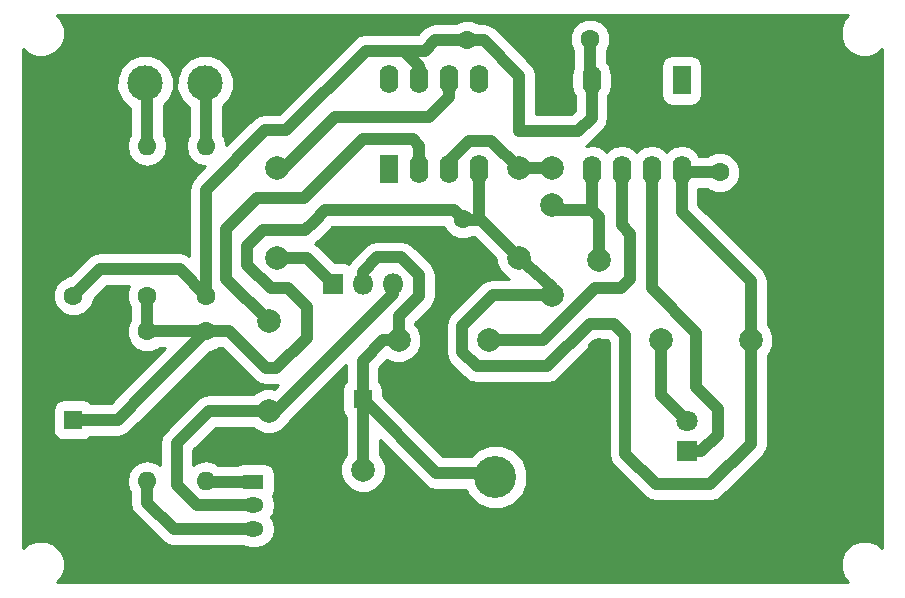
<source format=gbr>
G04 #@! TF.FileFunction,Copper,L2,Bot,Signal*
%FSLAX46Y46*%
G04 Gerber Fmt 4.6, Leading zero omitted, Abs format (unit mm)*
G04 Created by KiCad (PCBNEW 4.0.7-e2-6376~58~ubuntu14.04.1) date Thu Mar  1 13:35:32 2018*
%MOMM*%
%LPD*%
G01*
G04 APERTURE LIST*
%ADD10C,0.100000*%
%ADD11R,1.600000X1.600000*%
%ADD12C,1.600000*%
%ADD13C,3.810000*%
%ADD14C,3.556000*%
%ADD15C,1.998980*%
%ADD16R,1.600000X2.400000*%
%ADD17O,1.600000X2.400000*%
%ADD18R,3.000000X3.000000*%
%ADD19C,3.000000*%
%ADD20O,1.600000X1.600000*%
%ADD21R,1.800000X1.800000*%
%ADD22C,1.800000*%
%ADD23O,1.800000X1.800000*%
%ADD24R,1.800000X1.300000*%
%ADD25O,1.800000X1.300000*%
%ADD26C,1.000000*%
%ADD27C,0.254000*%
G04 APERTURE END LIST*
D10*
D11*
X5250000Y14750000D03*
D12*
X5250000Y17250000D03*
D11*
X5250000Y22750000D03*
D12*
X5250000Y25250000D03*
X38250000Y26750000D03*
X38250000Y31750000D03*
X43600000Y46900000D03*
X38600000Y46900000D03*
D11*
X29750000Y16500000D03*
D12*
X27250000Y16500000D03*
X54000000Y47000000D03*
X49000000Y47000000D03*
D13*
X34650000Y16250000D03*
D14*
X41000000Y9900000D03*
D13*
X47350000Y16250000D03*
X34650000Y3550000D03*
X47350000Y3550000D03*
D15*
X43000000Y28440000D03*
X43000000Y36060000D03*
X45800000Y36090000D03*
X45800000Y43710000D03*
X21800000Y15490000D03*
X21800000Y23110000D03*
X22500000Y28440000D03*
X22500000Y36060000D03*
X29800000Y10510000D03*
X29800000Y2890000D03*
X45800000Y25290000D03*
X45800000Y32910000D03*
X49800000Y28310000D03*
X49800000Y20690000D03*
X40410000Y21500000D03*
X32790000Y21500000D03*
X62610000Y21500000D03*
X54990000Y21500000D03*
D16*
X32000000Y36000000D03*
D17*
X39620000Y43620000D03*
X34540000Y36000000D03*
X37080000Y43620000D03*
X37080000Y36000000D03*
X34540000Y43620000D03*
X39620000Y36000000D03*
X32000000Y43620000D03*
D16*
X56750000Y43500000D03*
D17*
X49130000Y35880000D03*
X54210000Y43500000D03*
X51670000Y35880000D03*
X51670000Y43500000D03*
X54210000Y35880000D03*
X49130000Y43500000D03*
X56750000Y35880000D03*
D18*
X21500000Y43250000D03*
D19*
X16420000Y43250000D03*
X11340000Y43250000D03*
D12*
X16500000Y22250000D03*
D20*
X16500000Y9550000D03*
D12*
X11500000Y22250000D03*
D20*
X11500000Y9550000D03*
D12*
X16500000Y25250000D03*
D20*
X16500000Y37950000D03*
D12*
X11500000Y25250000D03*
D20*
X11500000Y37950000D03*
D21*
X57200000Y12100000D03*
D22*
X57200000Y14640000D03*
D21*
X27250000Y26250000D03*
D23*
X29790000Y26250000D03*
X32330000Y26250000D03*
D24*
X20500000Y9500000D03*
D25*
X20500000Y7500000D03*
X20500000Y5500000D03*
D12*
X60000000Y40700000D03*
X60000000Y35700000D03*
D26*
X49130000Y42130000D02*
X49130000Y40330000D01*
X38600000Y46900000D02*
X40000000Y46900000D01*
X40000000Y46900000D02*
X43000000Y43900000D01*
X43000000Y43900000D02*
X43000000Y42000000D01*
X43000000Y42000000D02*
X43000000Y39200000D01*
X49130000Y42130000D02*
X49130000Y43500000D01*
X43000000Y39200000D02*
X48000000Y39200000D01*
X49130000Y40330000D02*
X48000000Y39200000D01*
X35000000Y46000000D02*
X35900000Y46900000D01*
X35900000Y46900000D02*
X38600000Y46900000D01*
X49000000Y47000000D02*
X49000000Y43630000D01*
X49000000Y43630000D02*
X49130000Y43500000D01*
X33250000Y46000000D02*
X35000000Y46000000D01*
X35000000Y46000000D02*
X35000000Y46000000D01*
X5250000Y25250000D02*
X7500000Y27500000D01*
X8500000Y27500000D02*
X14250000Y27500000D01*
X14250000Y27500000D02*
X16500000Y25250000D01*
X7500000Y27500000D02*
X8500000Y27500000D01*
X34540000Y43620000D02*
X34540000Y44710000D01*
X34540000Y44710000D02*
X33250000Y46000000D01*
X33250000Y46000000D02*
X30000000Y46000000D01*
X30000000Y46000000D02*
X23250000Y39250000D01*
X23250000Y39250000D02*
X21500000Y39250000D01*
X21500000Y39250000D02*
X16500000Y34250000D01*
X16500000Y34250000D02*
X16500000Y25250000D01*
X20000000Y29500000D02*
X21300000Y30800000D01*
X20000000Y27900000D02*
X22000000Y25900000D01*
X22000000Y25900000D02*
X23400000Y25900000D01*
X23400000Y25900000D02*
X25000000Y24300000D01*
X25000000Y24300000D02*
X25000000Y21700000D01*
X25000000Y21700000D02*
X22400000Y19100000D01*
X22400000Y19100000D02*
X21600000Y19100000D01*
X21600000Y19100000D02*
X18450000Y22250000D01*
X16500000Y22250000D02*
X18450000Y22250000D01*
X37500000Y32500000D02*
X38250000Y31750000D01*
X20000000Y29500000D02*
X20000000Y28700000D01*
X26600000Y32500000D02*
X25600000Y31500000D01*
X37500000Y32500000D02*
X26600000Y32500000D01*
X20000000Y28700000D02*
X20000000Y27900000D01*
X24900000Y30800000D02*
X25600000Y31500000D01*
X21300000Y30800000D02*
X24900000Y30800000D01*
X52000000Y20100000D02*
X52000000Y11900000D01*
X62610000Y12710000D02*
X62610000Y21500000D01*
X59200000Y9300000D02*
X62610000Y12710000D01*
X54600000Y9300000D02*
X59200000Y9300000D01*
X52000000Y11900000D02*
X54600000Y9300000D01*
X45800000Y25290000D02*
X40790000Y25290000D01*
X52000000Y21900000D02*
X52000000Y20100000D01*
X52000000Y20100000D02*
X52000000Y19900000D01*
X51000000Y22900000D02*
X52000000Y21900000D01*
X49000000Y22900000D02*
X51000000Y22900000D01*
X45400000Y19300000D02*
X49000000Y22900000D01*
X39400000Y19300000D02*
X45400000Y19300000D01*
X38200000Y20500000D02*
X39400000Y19300000D01*
X38200000Y22700000D02*
X38200000Y20500000D01*
X40790000Y25290000D02*
X38200000Y22700000D01*
X43000000Y28440000D02*
X45800000Y26040000D01*
X45800000Y26040000D02*
X45800000Y25290000D01*
X39620000Y33120000D02*
X39620000Y31820000D01*
X39620000Y31820000D02*
X43000000Y28440000D01*
X38360000Y31640000D02*
X39800000Y31640000D01*
X39800000Y31640000D02*
X43000000Y28440000D01*
X38360000Y31640000D02*
X38250000Y31750000D01*
X39620000Y36000000D02*
X39620000Y33120000D01*
X62610000Y21500000D02*
X62610000Y26490000D01*
X56750000Y32350000D02*
X56750000Y35880000D01*
X62610000Y26490000D02*
X56750000Y32350000D01*
X60000000Y35700000D02*
X56930000Y35700000D01*
X56930000Y35700000D02*
X56750000Y35880000D01*
X56600000Y35730000D02*
X56750000Y35880000D01*
X16500000Y22250000D02*
X11500000Y17250000D01*
X9000000Y14750000D02*
X5250000Y14750000D01*
X9000000Y14750000D02*
X11500000Y17250000D01*
X16500000Y22250000D02*
X17000000Y22250000D01*
X11500000Y22250000D02*
X16500000Y22250000D01*
X11500000Y22250000D02*
X11500000Y25250000D01*
X29750000Y18460000D02*
X29750000Y19750000D01*
X31500000Y21500000D02*
X32790000Y21500000D01*
X29750000Y19750000D02*
X31500000Y21500000D01*
X32790000Y21500000D02*
X32790000Y23540000D01*
X32790000Y23540000D02*
X34500000Y25250000D01*
X34500000Y25250000D02*
X34500000Y27000000D01*
X34500000Y27000000D02*
X33000000Y28500000D01*
X33000000Y28500000D02*
X31000000Y28500000D01*
X31000000Y28500000D02*
X29790000Y27290000D01*
X29790000Y27290000D02*
X29790000Y26250000D01*
X29790000Y26250000D02*
X29790000Y26840000D01*
X29800000Y10510000D02*
X29800000Y16450000D01*
X29800000Y16450000D02*
X29750000Y16500000D01*
X29750000Y18460000D02*
X29750000Y16500000D01*
X29750000Y16500000D02*
X36000000Y10250000D01*
X36000000Y10250000D02*
X41000000Y10250000D01*
X29790000Y16540000D02*
X29750000Y16500000D01*
X54210000Y25890000D02*
X58000000Y22100000D01*
X54210000Y35880000D02*
X54210000Y25890000D01*
X58400000Y12100000D02*
X57200000Y12100000D01*
X59800000Y13500000D02*
X58400000Y12100000D01*
X59800000Y15700000D02*
X59800000Y13500000D01*
X58000000Y17500000D02*
X59800000Y15700000D01*
X58000000Y22100000D02*
X58000000Y17500000D01*
X57200000Y14640000D02*
X54990000Y16850000D01*
X54990000Y16850000D02*
X54990000Y21500000D01*
X54800000Y21310000D02*
X54990000Y21500000D01*
X16500000Y37950000D02*
X16500000Y43170000D01*
X16500000Y43170000D02*
X16420000Y43250000D01*
X11500000Y37950000D02*
X11500000Y43090000D01*
X11500000Y43090000D02*
X11340000Y43250000D01*
X20500000Y9500000D02*
X16550000Y9500000D01*
X16550000Y9500000D02*
X16500000Y9550000D01*
X20500000Y7500000D02*
X15750000Y7500000D01*
X15750000Y7500000D02*
X14000000Y9250000D01*
X14000000Y12750000D02*
X16740000Y15490000D01*
X14000000Y9250000D02*
X14000000Y12750000D01*
X21800000Y15490000D02*
X16740000Y15490000D01*
X23950000Y17050000D02*
X32330000Y25430000D01*
X32330000Y25430000D02*
X32330000Y26250000D01*
X24000000Y17100000D02*
X23950000Y17050000D01*
X23950000Y17050000D02*
X22390000Y15490000D01*
X22390000Y15490000D02*
X21800000Y15490000D01*
X23840000Y16940000D02*
X24000000Y17100000D01*
X20500000Y5500000D02*
X13750000Y5500000D01*
X13750000Y5500000D02*
X11500000Y7750000D01*
X11500000Y9550000D02*
X11500000Y7750000D01*
X22500000Y28440000D02*
X25060000Y28440000D01*
X25060000Y28440000D02*
X27250000Y26250000D01*
X27190000Y26190000D02*
X27250000Y26250000D01*
X37080000Y36000000D02*
X37080000Y36680000D01*
X37080000Y36680000D02*
X38800000Y38400000D01*
X40660000Y38400000D02*
X43000000Y36060000D01*
X38800000Y38400000D02*
X40660000Y38400000D01*
X45800000Y36090000D02*
X43030000Y36090000D01*
X43030000Y36090000D02*
X43000000Y36060000D01*
X37080000Y36000000D02*
X37080000Y36580000D01*
X24800000Y33500000D02*
X29800000Y38500000D01*
X18200000Y26710000D02*
X18200000Y28110000D01*
X20800000Y33500000D02*
X24800000Y33500000D01*
X18200000Y30900000D02*
X20800000Y33500000D01*
X18200000Y28110000D02*
X18200000Y30900000D01*
X21800000Y23110000D02*
X18200000Y26710000D01*
X29800000Y38500000D02*
X34000000Y38500000D01*
X34000000Y38500000D02*
X34540000Y37960000D01*
X34540000Y37960000D02*
X34540000Y36000000D01*
X36300000Y41300000D02*
X35400000Y40400000D01*
X35400000Y40400000D02*
X27400000Y40400000D01*
X22500000Y36060000D02*
X23060000Y36060000D01*
X23060000Y36060000D02*
X27400000Y40400000D01*
X36250000Y41250000D02*
X36300000Y41300000D01*
X36300000Y41300000D02*
X37080000Y42080000D01*
X37080000Y42080000D02*
X37080000Y43620000D01*
X45800000Y32910000D02*
X46210000Y32500000D01*
X46210000Y32500000D02*
X49200000Y32500000D01*
X49800000Y28310000D02*
X49800000Y31900000D01*
X49800000Y31900000D02*
X49200000Y32500000D01*
X49200000Y32500000D02*
X49190000Y32510000D01*
X49200000Y32510000D02*
X49190000Y32510000D01*
X49130000Y35880000D02*
X49130000Y32580000D01*
X49130000Y32580000D02*
X49200000Y32510000D01*
X43800000Y21500000D02*
X45000000Y21500000D01*
X40410000Y21500000D02*
X43800000Y21500000D01*
X49600000Y25900000D02*
X51600000Y25900000D01*
X51600000Y25900000D02*
X52400000Y26700000D01*
X52400000Y26700000D02*
X52400000Y27900000D01*
X51670000Y31230000D02*
X51670000Y35880000D01*
X52400000Y30500000D02*
X52400000Y27900000D01*
X51670000Y31230000D02*
X52400000Y30500000D01*
X49400000Y25900000D02*
X49600000Y25900000D01*
X45000000Y21500000D02*
X49400000Y25900000D01*
D27*
G36*
X70532595Y48649702D02*
X70223353Y47904964D01*
X70222649Y47098574D01*
X70530591Y46353297D01*
X71100298Y45782595D01*
X71845036Y45473353D01*
X72651426Y45472649D01*
X73396703Y45780591D01*
X73748000Y46131276D01*
X73748000Y3868499D01*
X73399702Y4217405D01*
X72654964Y4526647D01*
X71848574Y4527351D01*
X71103297Y4219409D01*
X70532595Y3649702D01*
X70223353Y2904964D01*
X70222649Y2098574D01*
X70530591Y1353297D01*
X70881276Y1002000D01*
X3868499Y1002000D01*
X4217405Y1350298D01*
X4526647Y2095036D01*
X4527351Y2901426D01*
X4219409Y3646703D01*
X3649702Y4217405D01*
X2904964Y4526647D01*
X2098574Y4527351D01*
X1353297Y4219409D01*
X1002000Y3868724D01*
X1002000Y15550000D01*
X3504839Y15550000D01*
X3504839Y13950000D01*
X3569478Y13606474D01*
X3772501Y13290967D01*
X4082279Y13079304D01*
X4450000Y13004839D01*
X6050000Y13004839D01*
X6393526Y13069478D01*
X6709033Y13272501D01*
X6743538Y13323000D01*
X9000000Y13323000D01*
X9546089Y13431624D01*
X10009041Y13740959D01*
X16790828Y20522746D01*
X16842014Y20522701D01*
X17476989Y20785067D01*
X17514988Y20823000D01*
X17858918Y20823000D01*
X20590959Y18090958D01*
X21053911Y17781624D01*
X21600000Y17673000D01*
X22400000Y17673000D01*
X22593385Y17711467D01*
X22264863Y17382945D01*
X22184884Y17416155D01*
X21418479Y17416824D01*
X20710157Y17124151D01*
X20502644Y16917000D01*
X16740000Y16917000D01*
X16193911Y16808376D01*
X15730959Y16499041D01*
X12990959Y13759041D01*
X12681624Y13296089D01*
X12573000Y12750000D01*
X12573000Y10904013D01*
X12160894Y11179374D01*
X11500000Y11310834D01*
X10839106Y11179374D01*
X10278827Y10805007D01*
X9904460Y10244728D01*
X9773000Y9583834D01*
X9773000Y9516166D01*
X9904460Y8855272D01*
X10073000Y8603034D01*
X10073000Y7750000D01*
X10181624Y7203911D01*
X10490959Y6740959D01*
X12740959Y4490958D01*
X13147362Y4219409D01*
X13203911Y4181624D01*
X13750000Y4073000D01*
X19565880Y4073000D01*
X19610715Y4043042D01*
X20214207Y3923000D01*
X20785793Y3923000D01*
X21389285Y4043042D01*
X21900900Y4384893D01*
X22242751Y4896508D01*
X22362793Y5500000D01*
X22242751Y6103492D01*
X21977812Y6500000D01*
X22242751Y6896508D01*
X22362793Y7500000D01*
X22242751Y8103492D01*
X22128605Y8274323D01*
X22270696Y8482279D01*
X22345161Y8850000D01*
X22345161Y10150000D01*
X22280522Y10493526D01*
X22077499Y10809033D01*
X21767721Y11020696D01*
X21400000Y11095161D01*
X19600000Y11095161D01*
X19256474Y11030522D01*
X19095596Y10927000D01*
X17538598Y10927000D01*
X17160894Y11179374D01*
X16500000Y11310834D01*
X15839106Y11179374D01*
X15427000Y10904013D01*
X15427000Y12158918D01*
X17331082Y14063000D01*
X20502418Y14063000D01*
X20707306Y13857754D01*
X21415116Y13563845D01*
X22181521Y13563176D01*
X22889843Y13855849D01*
X23432246Y14397306D01*
X23515226Y14597144D01*
X24959041Y16040959D01*
X25009042Y16090959D01*
X25009044Y16090962D01*
X28323000Y19404918D01*
X28323000Y17998112D01*
X28290967Y17977499D01*
X28079304Y17667721D01*
X28004839Y17300000D01*
X28004839Y15700000D01*
X28069478Y15356474D01*
X28272501Y15040967D01*
X28373000Y14972299D01*
X28373000Y11807582D01*
X28167754Y11602694D01*
X27873845Y10894884D01*
X27873176Y10128479D01*
X28165849Y9420157D01*
X28707306Y8877754D01*
X29415116Y8583845D01*
X30181521Y8583176D01*
X30889843Y8875849D01*
X31432246Y9417306D01*
X31726155Y10125116D01*
X31726824Y10891521D01*
X31434151Y11599843D01*
X31227000Y11807356D01*
X31227000Y13004918D01*
X34990959Y9240958D01*
X35453911Y8931624D01*
X36000000Y8823000D01*
X38518194Y8823000D01*
X38705476Y8369742D01*
X39465740Y7608150D01*
X40459582Y7195471D01*
X41535697Y7194532D01*
X42530258Y7605476D01*
X43291850Y8365740D01*
X43704529Y9359582D01*
X43705468Y10435697D01*
X43294524Y11430258D01*
X42534260Y12191850D01*
X41540418Y12604529D01*
X40464303Y12605468D01*
X39469742Y12194524D01*
X38951314Y11677000D01*
X36591083Y11677000D01*
X31495161Y16772921D01*
X31495161Y17300000D01*
X31430522Y17643526D01*
X31227499Y17959033D01*
X31177000Y17993538D01*
X31177000Y19158918D01*
X31830521Y19812438D01*
X32405116Y19573845D01*
X33171521Y19573176D01*
X33879843Y19865849D01*
X34422246Y20407306D01*
X34716155Y21115116D01*
X34716824Y21881521D01*
X34424151Y22589843D01*
X34217000Y22797356D01*
X34217000Y22948918D01*
X35509041Y24240958D01*
X35818376Y24703910D01*
X35868627Y24956541D01*
X35927000Y25250000D01*
X35927000Y27000000D01*
X35829342Y27490959D01*
X35818376Y27546090D01*
X35509041Y28009042D01*
X34009041Y29509041D01*
X33546089Y29818376D01*
X33000000Y29927000D01*
X31000000Y29927000D01*
X30544512Y29836398D01*
X30453910Y29818376D01*
X29990958Y29509041D01*
X28780959Y28299041D01*
X28570760Y27984456D01*
X28517721Y28020696D01*
X28150000Y28095161D01*
X27422922Y28095161D01*
X26069041Y29449041D01*
X25733183Y29673454D01*
X25909041Y29790959D01*
X26609041Y30490958D01*
X26609043Y30490961D01*
X27191083Y31073000D01*
X36661114Y31073000D01*
X36785067Y30773011D01*
X37270456Y30286774D01*
X37904971Y30023300D01*
X38592014Y30022701D01*
X39052573Y30213000D01*
X39208918Y30213000D01*
X41073429Y28348488D01*
X41073176Y28058479D01*
X41365849Y27350157D01*
X41907306Y26807754D01*
X42125865Y26717000D01*
X40790000Y26717000D01*
X40243911Y26608376D01*
X39780959Y26299041D01*
X37190959Y23709041D01*
X36881624Y23246089D01*
X36773000Y22700000D01*
X36773000Y20500000D01*
X36857936Y20073000D01*
X36881624Y19953911D01*
X37190959Y19490959D01*
X38390958Y18290959D01*
X38853910Y17981624D01*
X38927431Y17967000D01*
X39400000Y17873000D01*
X45400000Y17873000D01*
X45946089Y17981624D01*
X46409041Y18290959D01*
X49591083Y21473000D01*
X50408918Y21473000D01*
X50573000Y21308917D01*
X50573000Y11900000D01*
X50665642Y11434260D01*
X50681624Y11353911D01*
X50990959Y10890959D01*
X53590958Y8290959D01*
X54053910Y7981624D01*
X54065574Y7979304D01*
X54600000Y7873000D01*
X59200000Y7873000D01*
X59746089Y7981624D01*
X60209041Y8290959D01*
X63619041Y11700958D01*
X63928376Y12163910D01*
X63946398Y12254512D01*
X64037000Y12710000D01*
X64037000Y20202418D01*
X64242246Y20407306D01*
X64536155Y21115116D01*
X64536824Y21881521D01*
X64244151Y22589843D01*
X64037000Y22797356D01*
X64037000Y26490000D01*
X63932969Y27013000D01*
X63928376Y27036090D01*
X63619041Y27499042D01*
X58177000Y32941082D01*
X58177000Y34273000D01*
X58984293Y34273000D01*
X59020456Y34236774D01*
X59654971Y33973300D01*
X60342014Y33972701D01*
X60976989Y34235067D01*
X61463226Y34720456D01*
X61726700Y35354971D01*
X61727299Y36042014D01*
X61464933Y36676989D01*
X60979544Y37163226D01*
X60345029Y37426700D01*
X59657986Y37427299D01*
X59023011Y37164933D01*
X58985012Y37127000D01*
X58249031Y37127000D01*
X57971173Y37542843D01*
X57410894Y37917210D01*
X56750000Y38048670D01*
X56089106Y37917210D01*
X55528827Y37542843D01*
X55480000Y37469768D01*
X55431173Y37542843D01*
X54870894Y37917210D01*
X54210000Y38048670D01*
X53549106Y37917210D01*
X52988827Y37542843D01*
X52940000Y37469768D01*
X52891173Y37542843D01*
X52330894Y37917210D01*
X51670000Y38048670D01*
X51009106Y37917210D01*
X50448827Y37542843D01*
X50400000Y37469768D01*
X50351173Y37542843D01*
X49790894Y37917210D01*
X49130000Y38048670D01*
X48654554Y37954098D01*
X49009041Y38190959D01*
X50139041Y39320958D01*
X50448376Y39783910D01*
X50477758Y39931624D01*
X50557000Y40330000D01*
X50557000Y42145198D01*
X50725540Y42397436D01*
X50857000Y43058330D01*
X50857000Y43941670D01*
X50725540Y44602564D01*
X50660436Y44700000D01*
X55004839Y44700000D01*
X55004839Y42300000D01*
X55069478Y41956474D01*
X55272501Y41640967D01*
X55582279Y41429304D01*
X55950000Y41354839D01*
X57550000Y41354839D01*
X57893526Y41419478D01*
X58209033Y41622501D01*
X58420696Y41932279D01*
X58495161Y42300000D01*
X58495161Y44700000D01*
X58430522Y45043526D01*
X58227499Y45359033D01*
X57917721Y45570696D01*
X57550000Y45645161D01*
X55950000Y45645161D01*
X55606474Y45580522D01*
X55290967Y45377499D01*
X55079304Y45067721D01*
X55004839Y44700000D01*
X50660436Y44700000D01*
X50427000Y45049360D01*
X50427000Y45984293D01*
X50463226Y46020456D01*
X50726700Y46654971D01*
X50727299Y47342014D01*
X50464933Y47976989D01*
X49979544Y48463226D01*
X49345029Y48726700D01*
X48657986Y48727299D01*
X48023011Y48464933D01*
X47536774Y47979544D01*
X47273300Y47345029D01*
X47272701Y46657986D01*
X47535067Y46023011D01*
X47573000Y45985012D01*
X47573000Y44660243D01*
X47534460Y44602564D01*
X47403000Y43941670D01*
X47403000Y43058330D01*
X47534460Y42397436D01*
X47703000Y42145198D01*
X47703000Y40921083D01*
X47408918Y40627000D01*
X44427000Y40627000D01*
X44427000Y43900000D01*
X44318376Y44446089D01*
X44270995Y44517000D01*
X44009042Y44909041D01*
X41009041Y47909041D01*
X40546089Y48218376D01*
X40000000Y48327000D01*
X39615707Y48327000D01*
X39579544Y48363226D01*
X38945029Y48626700D01*
X38257986Y48627299D01*
X37623011Y48364933D01*
X37585012Y48327000D01*
X35900000Y48327000D01*
X35502841Y48248000D01*
X35353910Y48218376D01*
X34890958Y47909041D01*
X34408918Y47427000D01*
X30000000Y47427000D01*
X29453911Y47318376D01*
X28990959Y47009042D01*
X22658918Y40677000D01*
X21500000Y40677000D01*
X20953911Y40568376D01*
X20490959Y40259042D01*
X18225134Y37993216D01*
X18095540Y38644728D01*
X17927000Y38896966D01*
X17927000Y41325067D01*
X18476311Y41873420D01*
X18846578Y42765122D01*
X18847421Y43730642D01*
X18478710Y44622989D01*
X17796580Y45306311D01*
X16904878Y45676578D01*
X15939358Y45677421D01*
X15047011Y45308710D01*
X14363689Y44626580D01*
X13993422Y43734878D01*
X13992579Y42769358D01*
X14361290Y41877011D01*
X15043420Y41193689D01*
X15073000Y41181406D01*
X15073000Y38896966D01*
X14904460Y38644728D01*
X14773000Y37983834D01*
X14773000Y37916166D01*
X14904460Y37255272D01*
X15278827Y36694993D01*
X15839106Y36320626D01*
X16434177Y36202259D01*
X15490959Y35259041D01*
X15181624Y34796089D01*
X15073000Y34250000D01*
X15073000Y28633350D01*
X14796089Y28818376D01*
X14763371Y28824884D01*
X14250000Y28927000D01*
X7500000Y28927000D01*
X6953911Y28818376D01*
X6490959Y28509042D01*
X4959172Y26977254D01*
X4907986Y26977299D01*
X4273011Y26714933D01*
X3786774Y26229544D01*
X3523300Y25595029D01*
X3522701Y24907986D01*
X3785067Y24273011D01*
X4270456Y23786774D01*
X4904971Y23523300D01*
X5592014Y23522701D01*
X6226989Y23785067D01*
X6713226Y24270456D01*
X6976700Y24904971D01*
X6976747Y24958664D01*
X8091083Y26073000D01*
X9971771Y26073000D01*
X9773300Y25595029D01*
X9772701Y24907986D01*
X10035067Y24273011D01*
X10073000Y24235012D01*
X10073000Y23265707D01*
X10036774Y23229544D01*
X9773300Y22595029D01*
X9772701Y21907986D01*
X10035067Y21273011D01*
X10520456Y20786774D01*
X11154971Y20523300D01*
X11842014Y20522701D01*
X12476989Y20785067D01*
X12514988Y20823000D01*
X13054917Y20823000D01*
X10490959Y18259041D01*
X8408918Y16177000D01*
X6748112Y16177000D01*
X6727499Y16209033D01*
X6417721Y16420696D01*
X6050000Y16495161D01*
X4450000Y16495161D01*
X4106474Y16430522D01*
X3790967Y16227499D01*
X3579304Y15917721D01*
X3504839Y15550000D01*
X1002000Y15550000D01*
X1002000Y42769358D01*
X8912579Y42769358D01*
X9281290Y41877011D01*
X9963420Y41193689D01*
X10073000Y41148187D01*
X10073000Y38896966D01*
X9904460Y38644728D01*
X9773000Y37983834D01*
X9773000Y37916166D01*
X9904460Y37255272D01*
X10278827Y36694993D01*
X10839106Y36320626D01*
X11500000Y36189166D01*
X12160894Y36320626D01*
X12721173Y36694993D01*
X13095540Y37255272D01*
X13227000Y37916166D01*
X13227000Y37983834D01*
X13095540Y38644728D01*
X12927000Y38896966D01*
X12927000Y41404928D01*
X13396311Y41873420D01*
X13766578Y42765122D01*
X13767421Y43730642D01*
X13398710Y44622989D01*
X12716580Y45306311D01*
X11824878Y45676578D01*
X10859358Y45677421D01*
X9967011Y45308710D01*
X9283689Y44626580D01*
X8913422Y43734878D01*
X8912579Y42769358D01*
X1002000Y42769358D01*
X1002000Y46131501D01*
X1350298Y45782595D01*
X2095036Y45473353D01*
X2901426Y45472649D01*
X3646703Y45780591D01*
X4217405Y46350298D01*
X4526647Y47095036D01*
X4527351Y47901426D01*
X4219409Y48646703D01*
X3868724Y48998000D01*
X70881501Y48998000D01*
X70532595Y48649702D01*
X70532595Y48649702D01*
G37*
X70532595Y48649702D02*
X70223353Y47904964D01*
X70222649Y47098574D01*
X70530591Y46353297D01*
X71100298Y45782595D01*
X71845036Y45473353D01*
X72651426Y45472649D01*
X73396703Y45780591D01*
X73748000Y46131276D01*
X73748000Y3868499D01*
X73399702Y4217405D01*
X72654964Y4526647D01*
X71848574Y4527351D01*
X71103297Y4219409D01*
X70532595Y3649702D01*
X70223353Y2904964D01*
X70222649Y2098574D01*
X70530591Y1353297D01*
X70881276Y1002000D01*
X3868499Y1002000D01*
X4217405Y1350298D01*
X4526647Y2095036D01*
X4527351Y2901426D01*
X4219409Y3646703D01*
X3649702Y4217405D01*
X2904964Y4526647D01*
X2098574Y4527351D01*
X1353297Y4219409D01*
X1002000Y3868724D01*
X1002000Y15550000D01*
X3504839Y15550000D01*
X3504839Y13950000D01*
X3569478Y13606474D01*
X3772501Y13290967D01*
X4082279Y13079304D01*
X4450000Y13004839D01*
X6050000Y13004839D01*
X6393526Y13069478D01*
X6709033Y13272501D01*
X6743538Y13323000D01*
X9000000Y13323000D01*
X9546089Y13431624D01*
X10009041Y13740959D01*
X16790828Y20522746D01*
X16842014Y20522701D01*
X17476989Y20785067D01*
X17514988Y20823000D01*
X17858918Y20823000D01*
X20590959Y18090958D01*
X21053911Y17781624D01*
X21600000Y17673000D01*
X22400000Y17673000D01*
X22593385Y17711467D01*
X22264863Y17382945D01*
X22184884Y17416155D01*
X21418479Y17416824D01*
X20710157Y17124151D01*
X20502644Y16917000D01*
X16740000Y16917000D01*
X16193911Y16808376D01*
X15730959Y16499041D01*
X12990959Y13759041D01*
X12681624Y13296089D01*
X12573000Y12750000D01*
X12573000Y10904013D01*
X12160894Y11179374D01*
X11500000Y11310834D01*
X10839106Y11179374D01*
X10278827Y10805007D01*
X9904460Y10244728D01*
X9773000Y9583834D01*
X9773000Y9516166D01*
X9904460Y8855272D01*
X10073000Y8603034D01*
X10073000Y7750000D01*
X10181624Y7203911D01*
X10490959Y6740959D01*
X12740959Y4490958D01*
X13147362Y4219409D01*
X13203911Y4181624D01*
X13750000Y4073000D01*
X19565880Y4073000D01*
X19610715Y4043042D01*
X20214207Y3923000D01*
X20785793Y3923000D01*
X21389285Y4043042D01*
X21900900Y4384893D01*
X22242751Y4896508D01*
X22362793Y5500000D01*
X22242751Y6103492D01*
X21977812Y6500000D01*
X22242751Y6896508D01*
X22362793Y7500000D01*
X22242751Y8103492D01*
X22128605Y8274323D01*
X22270696Y8482279D01*
X22345161Y8850000D01*
X22345161Y10150000D01*
X22280522Y10493526D01*
X22077499Y10809033D01*
X21767721Y11020696D01*
X21400000Y11095161D01*
X19600000Y11095161D01*
X19256474Y11030522D01*
X19095596Y10927000D01*
X17538598Y10927000D01*
X17160894Y11179374D01*
X16500000Y11310834D01*
X15839106Y11179374D01*
X15427000Y10904013D01*
X15427000Y12158918D01*
X17331082Y14063000D01*
X20502418Y14063000D01*
X20707306Y13857754D01*
X21415116Y13563845D01*
X22181521Y13563176D01*
X22889843Y13855849D01*
X23432246Y14397306D01*
X23515226Y14597144D01*
X24959041Y16040959D01*
X25009042Y16090959D01*
X25009044Y16090962D01*
X28323000Y19404918D01*
X28323000Y17998112D01*
X28290967Y17977499D01*
X28079304Y17667721D01*
X28004839Y17300000D01*
X28004839Y15700000D01*
X28069478Y15356474D01*
X28272501Y15040967D01*
X28373000Y14972299D01*
X28373000Y11807582D01*
X28167754Y11602694D01*
X27873845Y10894884D01*
X27873176Y10128479D01*
X28165849Y9420157D01*
X28707306Y8877754D01*
X29415116Y8583845D01*
X30181521Y8583176D01*
X30889843Y8875849D01*
X31432246Y9417306D01*
X31726155Y10125116D01*
X31726824Y10891521D01*
X31434151Y11599843D01*
X31227000Y11807356D01*
X31227000Y13004918D01*
X34990959Y9240958D01*
X35453911Y8931624D01*
X36000000Y8823000D01*
X38518194Y8823000D01*
X38705476Y8369742D01*
X39465740Y7608150D01*
X40459582Y7195471D01*
X41535697Y7194532D01*
X42530258Y7605476D01*
X43291850Y8365740D01*
X43704529Y9359582D01*
X43705468Y10435697D01*
X43294524Y11430258D01*
X42534260Y12191850D01*
X41540418Y12604529D01*
X40464303Y12605468D01*
X39469742Y12194524D01*
X38951314Y11677000D01*
X36591083Y11677000D01*
X31495161Y16772921D01*
X31495161Y17300000D01*
X31430522Y17643526D01*
X31227499Y17959033D01*
X31177000Y17993538D01*
X31177000Y19158918D01*
X31830521Y19812438D01*
X32405116Y19573845D01*
X33171521Y19573176D01*
X33879843Y19865849D01*
X34422246Y20407306D01*
X34716155Y21115116D01*
X34716824Y21881521D01*
X34424151Y22589843D01*
X34217000Y22797356D01*
X34217000Y22948918D01*
X35509041Y24240958D01*
X35818376Y24703910D01*
X35868627Y24956541D01*
X35927000Y25250000D01*
X35927000Y27000000D01*
X35829342Y27490959D01*
X35818376Y27546090D01*
X35509041Y28009042D01*
X34009041Y29509041D01*
X33546089Y29818376D01*
X33000000Y29927000D01*
X31000000Y29927000D01*
X30544512Y29836398D01*
X30453910Y29818376D01*
X29990958Y29509041D01*
X28780959Y28299041D01*
X28570760Y27984456D01*
X28517721Y28020696D01*
X28150000Y28095161D01*
X27422922Y28095161D01*
X26069041Y29449041D01*
X25733183Y29673454D01*
X25909041Y29790959D01*
X26609041Y30490958D01*
X26609043Y30490961D01*
X27191083Y31073000D01*
X36661114Y31073000D01*
X36785067Y30773011D01*
X37270456Y30286774D01*
X37904971Y30023300D01*
X38592014Y30022701D01*
X39052573Y30213000D01*
X39208918Y30213000D01*
X41073429Y28348488D01*
X41073176Y28058479D01*
X41365849Y27350157D01*
X41907306Y26807754D01*
X42125865Y26717000D01*
X40790000Y26717000D01*
X40243911Y26608376D01*
X39780959Y26299041D01*
X37190959Y23709041D01*
X36881624Y23246089D01*
X36773000Y22700000D01*
X36773000Y20500000D01*
X36857936Y20073000D01*
X36881624Y19953911D01*
X37190959Y19490959D01*
X38390958Y18290959D01*
X38853910Y17981624D01*
X38927431Y17967000D01*
X39400000Y17873000D01*
X45400000Y17873000D01*
X45946089Y17981624D01*
X46409041Y18290959D01*
X49591083Y21473000D01*
X50408918Y21473000D01*
X50573000Y21308917D01*
X50573000Y11900000D01*
X50665642Y11434260D01*
X50681624Y11353911D01*
X50990959Y10890959D01*
X53590958Y8290959D01*
X54053910Y7981624D01*
X54065574Y7979304D01*
X54600000Y7873000D01*
X59200000Y7873000D01*
X59746089Y7981624D01*
X60209041Y8290959D01*
X63619041Y11700958D01*
X63928376Y12163910D01*
X63946398Y12254512D01*
X64037000Y12710000D01*
X64037000Y20202418D01*
X64242246Y20407306D01*
X64536155Y21115116D01*
X64536824Y21881521D01*
X64244151Y22589843D01*
X64037000Y22797356D01*
X64037000Y26490000D01*
X63932969Y27013000D01*
X63928376Y27036090D01*
X63619041Y27499042D01*
X58177000Y32941082D01*
X58177000Y34273000D01*
X58984293Y34273000D01*
X59020456Y34236774D01*
X59654971Y33973300D01*
X60342014Y33972701D01*
X60976989Y34235067D01*
X61463226Y34720456D01*
X61726700Y35354971D01*
X61727299Y36042014D01*
X61464933Y36676989D01*
X60979544Y37163226D01*
X60345029Y37426700D01*
X59657986Y37427299D01*
X59023011Y37164933D01*
X58985012Y37127000D01*
X58249031Y37127000D01*
X57971173Y37542843D01*
X57410894Y37917210D01*
X56750000Y38048670D01*
X56089106Y37917210D01*
X55528827Y37542843D01*
X55480000Y37469768D01*
X55431173Y37542843D01*
X54870894Y37917210D01*
X54210000Y38048670D01*
X53549106Y37917210D01*
X52988827Y37542843D01*
X52940000Y37469768D01*
X52891173Y37542843D01*
X52330894Y37917210D01*
X51670000Y38048670D01*
X51009106Y37917210D01*
X50448827Y37542843D01*
X50400000Y37469768D01*
X50351173Y37542843D01*
X49790894Y37917210D01*
X49130000Y38048670D01*
X48654554Y37954098D01*
X49009041Y38190959D01*
X50139041Y39320958D01*
X50448376Y39783910D01*
X50477758Y39931624D01*
X50557000Y40330000D01*
X50557000Y42145198D01*
X50725540Y42397436D01*
X50857000Y43058330D01*
X50857000Y43941670D01*
X50725540Y44602564D01*
X50660436Y44700000D01*
X55004839Y44700000D01*
X55004839Y42300000D01*
X55069478Y41956474D01*
X55272501Y41640967D01*
X55582279Y41429304D01*
X55950000Y41354839D01*
X57550000Y41354839D01*
X57893526Y41419478D01*
X58209033Y41622501D01*
X58420696Y41932279D01*
X58495161Y42300000D01*
X58495161Y44700000D01*
X58430522Y45043526D01*
X58227499Y45359033D01*
X57917721Y45570696D01*
X57550000Y45645161D01*
X55950000Y45645161D01*
X55606474Y45580522D01*
X55290967Y45377499D01*
X55079304Y45067721D01*
X55004839Y44700000D01*
X50660436Y44700000D01*
X50427000Y45049360D01*
X50427000Y45984293D01*
X50463226Y46020456D01*
X50726700Y46654971D01*
X50727299Y47342014D01*
X50464933Y47976989D01*
X49979544Y48463226D01*
X49345029Y48726700D01*
X48657986Y48727299D01*
X48023011Y48464933D01*
X47536774Y47979544D01*
X47273300Y47345029D01*
X47272701Y46657986D01*
X47535067Y46023011D01*
X47573000Y45985012D01*
X47573000Y44660243D01*
X47534460Y44602564D01*
X47403000Y43941670D01*
X47403000Y43058330D01*
X47534460Y42397436D01*
X47703000Y42145198D01*
X47703000Y40921083D01*
X47408918Y40627000D01*
X44427000Y40627000D01*
X44427000Y43900000D01*
X44318376Y44446089D01*
X44270995Y44517000D01*
X44009042Y44909041D01*
X41009041Y47909041D01*
X40546089Y48218376D01*
X40000000Y48327000D01*
X39615707Y48327000D01*
X39579544Y48363226D01*
X38945029Y48626700D01*
X38257986Y48627299D01*
X37623011Y48364933D01*
X37585012Y48327000D01*
X35900000Y48327000D01*
X35502841Y48248000D01*
X35353910Y48218376D01*
X34890958Y47909041D01*
X34408918Y47427000D01*
X30000000Y47427000D01*
X29453911Y47318376D01*
X28990959Y47009042D01*
X22658918Y40677000D01*
X21500000Y40677000D01*
X20953911Y40568376D01*
X20490959Y40259042D01*
X18225134Y37993216D01*
X18095540Y38644728D01*
X17927000Y38896966D01*
X17927000Y41325067D01*
X18476311Y41873420D01*
X18846578Y42765122D01*
X18847421Y43730642D01*
X18478710Y44622989D01*
X17796580Y45306311D01*
X16904878Y45676578D01*
X15939358Y45677421D01*
X15047011Y45308710D01*
X14363689Y44626580D01*
X13993422Y43734878D01*
X13992579Y42769358D01*
X14361290Y41877011D01*
X15043420Y41193689D01*
X15073000Y41181406D01*
X15073000Y38896966D01*
X14904460Y38644728D01*
X14773000Y37983834D01*
X14773000Y37916166D01*
X14904460Y37255272D01*
X15278827Y36694993D01*
X15839106Y36320626D01*
X16434177Y36202259D01*
X15490959Y35259041D01*
X15181624Y34796089D01*
X15073000Y34250000D01*
X15073000Y28633350D01*
X14796089Y28818376D01*
X14763371Y28824884D01*
X14250000Y28927000D01*
X7500000Y28927000D01*
X6953911Y28818376D01*
X6490959Y28509042D01*
X4959172Y26977254D01*
X4907986Y26977299D01*
X4273011Y26714933D01*
X3786774Y26229544D01*
X3523300Y25595029D01*
X3522701Y24907986D01*
X3785067Y24273011D01*
X4270456Y23786774D01*
X4904971Y23523300D01*
X5592014Y23522701D01*
X6226989Y23785067D01*
X6713226Y24270456D01*
X6976700Y24904971D01*
X6976747Y24958664D01*
X8091083Y26073000D01*
X9971771Y26073000D01*
X9773300Y25595029D01*
X9772701Y24907986D01*
X10035067Y24273011D01*
X10073000Y24235012D01*
X10073000Y23265707D01*
X10036774Y23229544D01*
X9773300Y22595029D01*
X9772701Y21907986D01*
X10035067Y21273011D01*
X10520456Y20786774D01*
X11154971Y20523300D01*
X11842014Y20522701D01*
X12476989Y20785067D01*
X12514988Y20823000D01*
X13054917Y20823000D01*
X10490959Y18259041D01*
X8408918Y16177000D01*
X6748112Y16177000D01*
X6727499Y16209033D01*
X6417721Y16420696D01*
X6050000Y16495161D01*
X4450000Y16495161D01*
X4106474Y16430522D01*
X3790967Y16227499D01*
X3579304Y15917721D01*
X3504839Y15550000D01*
X1002000Y15550000D01*
X1002000Y42769358D01*
X8912579Y42769358D01*
X9281290Y41877011D01*
X9963420Y41193689D01*
X10073000Y41148187D01*
X10073000Y38896966D01*
X9904460Y38644728D01*
X9773000Y37983834D01*
X9773000Y37916166D01*
X9904460Y37255272D01*
X10278827Y36694993D01*
X10839106Y36320626D01*
X11500000Y36189166D01*
X12160894Y36320626D01*
X12721173Y36694993D01*
X13095540Y37255272D01*
X13227000Y37916166D01*
X13227000Y37983834D01*
X13095540Y38644728D01*
X12927000Y38896966D01*
X12927000Y41404928D01*
X13396311Y41873420D01*
X13766578Y42765122D01*
X13767421Y43730642D01*
X13398710Y44622989D01*
X12716580Y45306311D01*
X11824878Y45676578D01*
X10859358Y45677421D01*
X9967011Y45308710D01*
X9283689Y44626580D01*
X8913422Y43734878D01*
X8912579Y42769358D01*
X1002000Y42769358D01*
X1002000Y46131501D01*
X1350298Y45782595D01*
X2095036Y45473353D01*
X2901426Y45472649D01*
X3646703Y45780591D01*
X4217405Y46350298D01*
X4526647Y47095036D01*
X4527351Y47901426D01*
X4219409Y48646703D01*
X3868724Y48998000D01*
X70881501Y48998000D01*
X70532595Y48649702D01*
M02*

</source>
